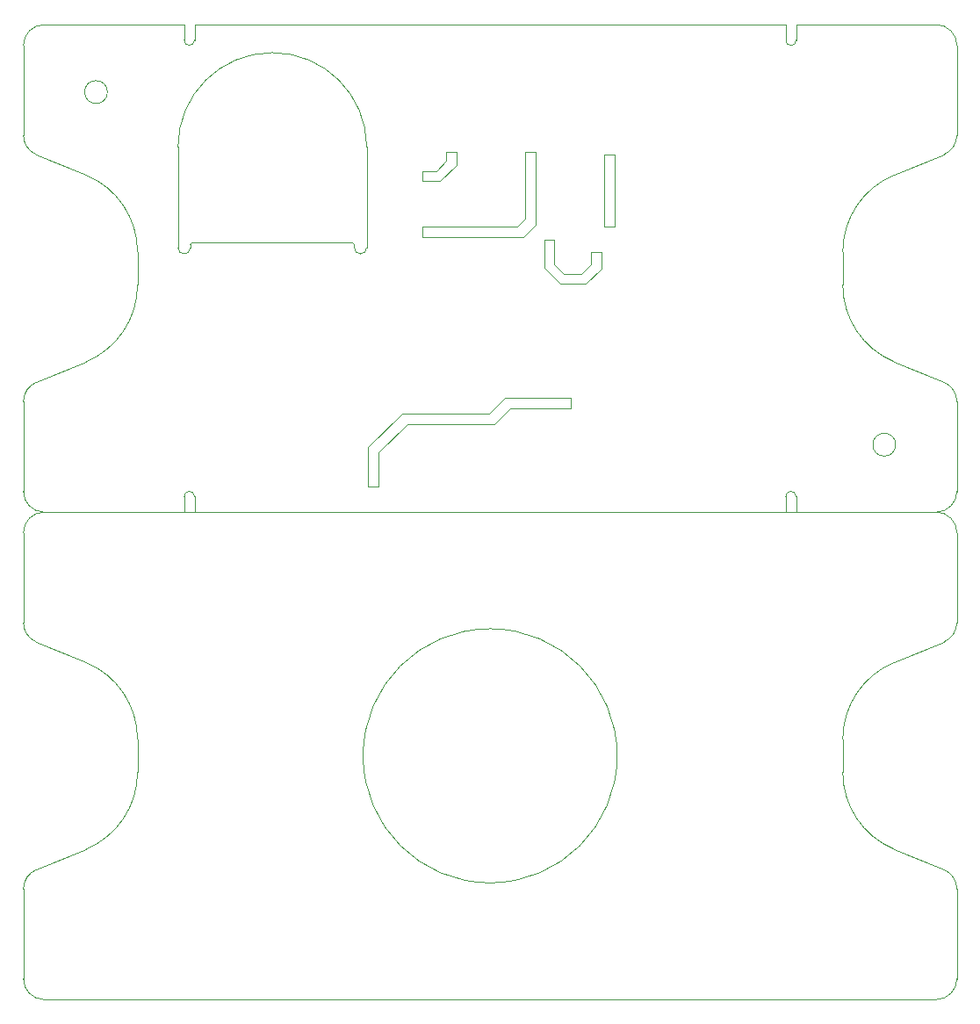
<source format=gko>
G04 Layer_Color=16711935*
%FSLAX44Y44*%
%MOMM*%
G71*
G01*
G75*
%ADD109C,0.0127*%
%ADD110C,0.0100*%
%ADD111C,0.0130*%
D109*
X1471501Y753530D02*
G03*
X1451501Y773530I-20000J0D01*
G01*
X571500Y323530D02*
G03*
X591500Y303530I20000J0D01*
G01*
X571500Y666894D02*
G03*
X583846Y648416I20000J0D01*
G01*
X681500Y554512D02*
G03*
X632115Y628423I-80000J0D01*
G01*
Y448638D02*
G03*
X681500Y522548I-30615J73910D01*
G01*
X1361500D02*
G03*
X1410886Y448638I80000J0D01*
G01*
Y628423D02*
G03*
X1361500Y554512I30615J-73910D01*
G01*
X1144000Y538530D02*
G03*
X1144000Y538530I-122500J0D01*
G01*
X1459154Y648416D02*
G03*
X1471501Y666894I-7654J18478D01*
G01*
X1451501Y303530D02*
G03*
X1471501Y323530I0J20000D01*
G01*
X591500Y773530D02*
G03*
X571500Y753530I0J-20000D01*
G01*
X1471501Y410167D02*
G03*
X1459154Y428644I-20000J0D01*
G01*
X583846D02*
G03*
X571500Y410167I7654J-18478D01*
G01*
X583846Y648416D02*
X632115Y628423D01*
X1410886Y448638D02*
X1459154Y428644D01*
X681500Y522548D02*
Y554512D01*
X583846Y428644D02*
X632115Y448638D01*
X571500Y323530D02*
Y410167D01*
X591500Y303530D02*
X1451501D01*
X1471501Y323530D02*
Y410167D01*
X571500Y666894D02*
Y753530D01*
X1361501Y522548D02*
Y554512D01*
X1410886Y628423D02*
X1459154Y648416D01*
X1471501Y666894D02*
Y753530D01*
X591500Y773530D02*
X1451501D01*
X681500Y1024412D02*
G03*
X632115Y1098323I-80000J0D01*
G01*
Y918538D02*
G03*
X681500Y992448I-30615J73910D01*
G01*
X1361501D02*
G03*
X1410886Y918538I80000J0D01*
G01*
Y1098323D02*
G03*
X1361501Y1024412I30615J-73910D01*
G01*
X734500Y1033430D02*
G03*
X732500Y1031430I0J-2000D01*
G01*
X720500Y1028430D02*
G03*
X732500Y1028430I6000J0D01*
G01*
X902500Y1125430D02*
G03*
X720500Y1125430I-91000J0D01*
G01*
X890500Y1028430D02*
G03*
X902500Y1028430I6000J0D01*
G01*
X890500Y1031430D02*
G03*
X888500Y1033430I-2000J0D01*
G01*
X1316500Y788430D02*
G03*
X1306500Y788430I-5000J0D01*
G01*
X1451501Y773430D02*
G03*
X1471501Y793430I0J20000D01*
G01*
Y880067D02*
G03*
X1459154Y898544I-20000J0D01*
G01*
Y1118316D02*
G03*
X1471501Y1136794I-7654J18478D01*
G01*
Y1223430D02*
G03*
X1451501Y1243430I-20000J0D01*
G01*
X1306500Y1228430D02*
G03*
X1316500Y1228430I5000J0D01*
G01*
X726500D02*
G03*
X736500Y1228430I5000J0D01*
G01*
X591500Y1243430D02*
G03*
X571500Y1223430I0J-20000D01*
G01*
Y1136794D02*
G03*
X583846Y1118316I20000J0D01*
G01*
Y898544D02*
G03*
X571500Y880067I7654J-18478D01*
G01*
Y793430D02*
G03*
X591500Y773430I20000J0D01*
G01*
X736500Y788430D02*
G03*
X726500Y788430I-5000J0D01*
G01*
X652500Y1178430D02*
G03*
X652500Y1178430I-11000J0D01*
G01*
X1412500Y838430D02*
G03*
X1412500Y838430I-11000J0D01*
G01*
X736500Y773430D02*
X1306500D01*
X1316500D02*
X1451501D01*
X736500Y1243430D02*
X1306500D01*
X591500D02*
X726500D01*
X583846Y1118316D02*
X632115Y1098323D01*
X681500Y992448D02*
Y1024412D01*
X583846Y898544D02*
X632115Y918538D01*
X571500Y793430D02*
Y880067D01*
X591500Y773430D02*
X726500D01*
X1471501Y793430D02*
Y880067D01*
X1410886Y918538D02*
X1459154Y898544D01*
X1361501Y992448D02*
Y1024412D01*
X1410886Y1098323D02*
X1459154Y1118316D01*
X1471501Y1136794D02*
Y1223430D01*
X1316500Y1243430D02*
X1451501D01*
X571500Y1136794D02*
Y1223430D01*
X732500Y1028430D02*
Y1031430D01*
X720500Y1028430D02*
Y1125430D01*
X902500Y1028430D02*
Y1125430D01*
X890500Y1028430D02*
Y1031430D01*
X734500Y1033430D02*
X888500D01*
X736500Y773430D02*
Y788430D01*
X1306500Y773430D02*
Y788430D01*
X1316500Y773430D02*
Y788430D01*
Y1228430D02*
Y1243430D01*
X1306500Y1228430D02*
Y1243430D01*
X736500Y1228430D02*
Y1243430D01*
X726500Y1228430D02*
Y1243430D01*
Y773430D02*
Y788430D01*
D110*
X1131520Y1048355D02*
X1141520D01*
D111*
X1131520Y1118355D02*
X1141520D01*
Y1048355D02*
Y1118355D01*
X1131520Y1048355D02*
Y1118355D01*
X956520Y1092355D02*
Y1102355D01*
Y1038355D02*
Y1048355D01*
X1118520Y1024355D02*
X1128520D01*
X1073520Y1036355D02*
X1083520D01*
X1113520Y993355D02*
X1128520Y1008355D01*
Y1012355D01*
X1089520Y993355D02*
X1113520D01*
X1073520Y1009355D02*
X1089520Y993355D01*
X1073520Y1009355D02*
Y1013355D01*
X1118520D02*
Y1024355D01*
X1128520Y1013355D02*
Y1024355D01*
Y1012355D02*
Y1013355D01*
X1118520Y1012355D02*
Y1024355D01*
X1092520Y1003355D02*
X1109520D01*
X1118520Y1012355D01*
X1083520Y1012355D02*
X1092520Y1003355D01*
X1083520Y1012355D02*
Y1013355D01*
Y1036355D01*
X1073520Y1013355D02*
Y1036355D01*
X1055520Y1056355D02*
Y1120355D01*
X1047520Y1048355D02*
X1055520Y1056355D01*
X956520Y1048355D02*
X1047520D01*
X941520Y858355D02*
X1025520D01*
X1040520Y873355D01*
X904020Y798355D02*
X914020D01*
Y830855D01*
X941520Y858355D01*
X1040520Y873355D02*
X1099020D01*
Y883355D01*
X1035520D02*
X1099020D01*
X1020520Y868355D02*
X1035520Y883355D01*
X936520Y868355D02*
X1020520D01*
X904020Y835855D02*
X936520Y868355D01*
X904020Y798355D02*
Y835855D01*
X979020Y1111855D02*
Y1120355D01*
X969520Y1102355D02*
X979020Y1111855D01*
X956520Y1102355D02*
X969520D01*
X956520Y1038355D02*
X1053520D01*
X1065520Y1050355D01*
Y1120355D01*
X1055520D02*
X1065520D01*
X956520Y1092355D02*
X973020D01*
X989020Y1108355D01*
Y1120355D01*
X979020D02*
X989020D01*
M02*

</source>
